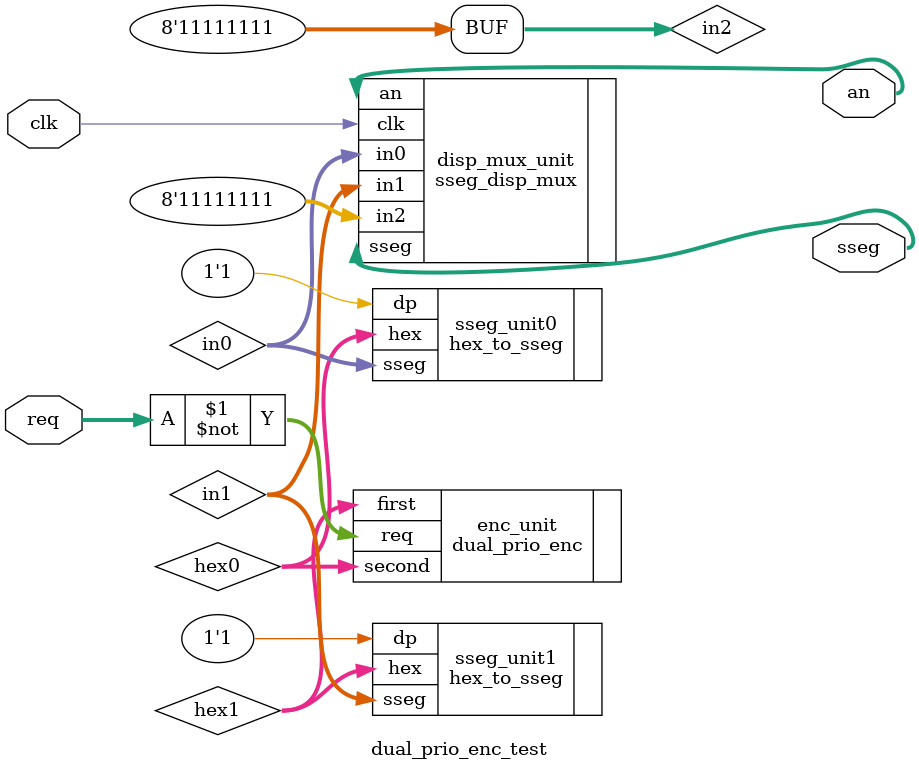
<source format=v>
`timescale 1ns / 1ps

module dual_prio_enc_test(
    input clk,
    input [11:0] req, // Active low input
    output [2:0] an,
    output [7:0] sseg
    );

	wire [3:0] hex0, hex1;
	wire [7:0] in0, in1, in2;

	// Invert request bits for active low input
	dual_prio_enc enc_unit(.req(~req), .first(hex1), .second(hex0));
	
	hex_to_sseg sseg_unit0(.hex(hex0), .dp(1'b1), .sseg(in0));
	hex_to_sseg sseg_unit1(.hex(hex1), .dp(1'b1), .sseg(in1));
	
	sseg_disp_mux disp_mux_unit(.clk(clk), .in0(in0), .in1(in1), .in2(in2), .an(an), .sseg(sseg));
	
	// Blank symbol
	assign in2 = 8'hff;
	
endmodule

</source>
